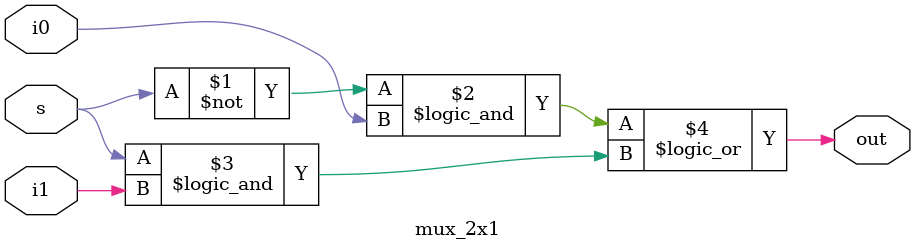
<source format=v>
module mux_2x1(out, i0, i1, s);
    //1-bit 2x1 Mux
    output out;
    input i0, i1, s;

    assign out = (~s && i0) || (s && i1);
    
endmodule
</source>
